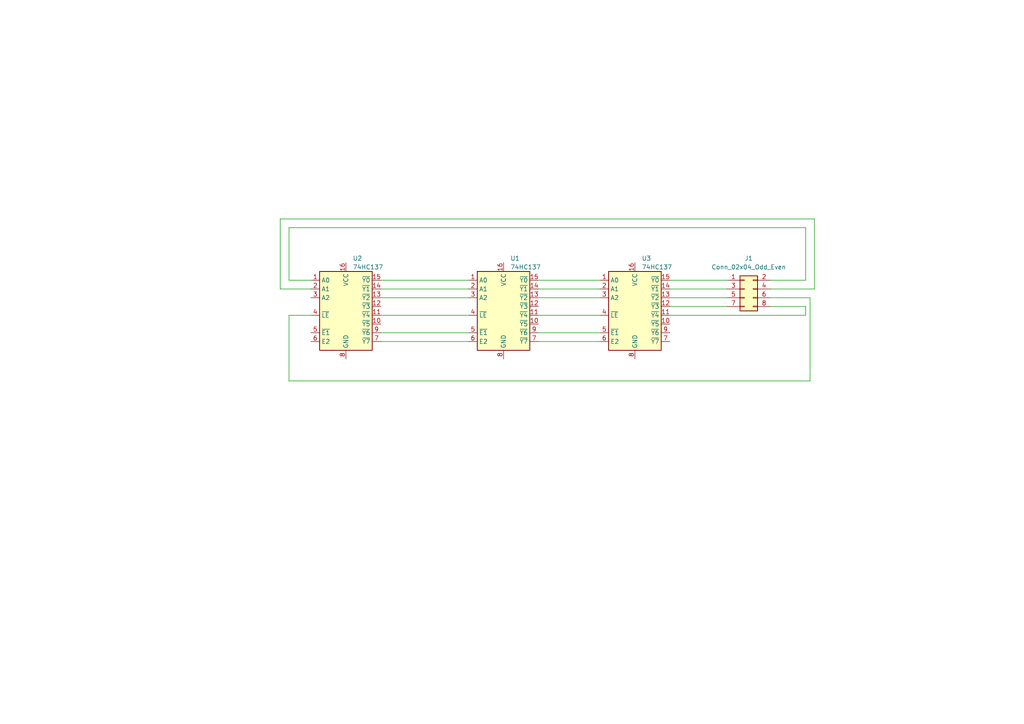
<source format=kicad_sch>
(kicad_sch
	(version 20231120)
	(generator "eeschema")
	(generator_version "8.0")
	(uuid "593abbd4-ef60-40c7-bfd9-9972546c7088")
	(paper "A4")
	(lib_symbols
		(symbol "74xx:74HC137"
			(exclude_from_sim no)
			(in_bom yes)
			(on_board yes)
			(property "Reference" "U"
				(at -7.62 13.97 0)
				(effects
					(font
						(size 1.27 1.27)
					)
					(justify left bottom)
				)
			)
			(property "Value" "74HC137"
				(at 2.54 -11.43 0)
				(effects
					(font
						(size 1.27 1.27)
					)
					(justify left top)
				)
			)
			(property "Footprint" ""
				(at 0 0 0)
				(effects
					(font
						(size 1.27 1.27)
					)
					(hide yes)
				)
			)
			(property "Datasheet" "http://www.ti.com/lit/ds/symlink/cd74hc237.pdf"
				(at 0 0 0)
				(effects
					(font
						(size 1.27 1.27)
					)
					(hide yes)
				)
			)
			(property "Description" "3-to-8 line decoder/multiplexer with address latches, DIP-16/SOIC-16/SSOP-16"
				(at 0 0 0)
				(effects
					(font
						(size 1.27 1.27)
					)
					(hide yes)
				)
			)
			(property "ki_keywords" "demux"
				(at 0 0 0)
				(effects
					(font
						(size 1.27 1.27)
					)
					(hide yes)
				)
			)
			(property "ki_fp_filters" "DIP*W7.62mm* SOIC*3.9x9.9mm*P1.27mm* SSOP*5.3x6.2mm*P0.65mm*"
				(at 0 0 0)
				(effects
					(font
						(size 1.27 1.27)
					)
					(hide yes)
				)
			)
			(symbol "74HC137_0_1"
				(rectangle
					(start -7.62 12.7)
					(end 7.62 -10.16)
					(stroke
						(width 0.254)
						(type default)
					)
					(fill
						(type background)
					)
				)
			)
			(symbol "74HC137_1_1"
				(pin input line
					(at -10.16 10.16 0)
					(length 2.54)
					(name "A0"
						(effects
							(font
								(size 1.27 1.27)
							)
						)
					)
					(number "1"
						(effects
							(font
								(size 1.27 1.27)
							)
						)
					)
				)
				(pin output line
					(at 10.16 -2.54 180)
					(length 2.54)
					(name "~{Y5}"
						(effects
							(font
								(size 1.27 1.27)
							)
						)
					)
					(number "10"
						(effects
							(font
								(size 1.27 1.27)
							)
						)
					)
				)
				(pin output line
					(at 10.16 0 180)
					(length 2.54)
					(name "~{Y4}"
						(effects
							(font
								(size 1.27 1.27)
							)
						)
					)
					(number "11"
						(effects
							(font
								(size 1.27 1.27)
							)
						)
					)
				)
				(pin output line
					(at 10.16 2.54 180)
					(length 2.54)
					(name "~{Y3}"
						(effects
							(font
								(size 1.27 1.27)
							)
						)
					)
					(number "12"
						(effects
							(font
								(size 1.27 1.27)
							)
						)
					)
				)
				(pin output line
					(at 10.16 5.08 180)
					(length 2.54)
					(name "~{Y2}"
						(effects
							(font
								(size 1.27 1.27)
							)
						)
					)
					(number "13"
						(effects
							(font
								(size 1.27 1.27)
							)
						)
					)
				)
				(pin output line
					(at 10.16 7.62 180)
					(length 2.54)
					(name "~{Y1}"
						(effects
							(font
								(size 1.27 1.27)
							)
						)
					)
					(number "14"
						(effects
							(font
								(size 1.27 1.27)
							)
						)
					)
				)
				(pin output line
					(at 10.16 10.16 180)
					(length 2.54)
					(name "~{Y0}"
						(effects
							(font
								(size 1.27 1.27)
							)
						)
					)
					(number "15"
						(effects
							(font
								(size 1.27 1.27)
							)
						)
					)
				)
				(pin power_in line
					(at 0 15.24 270)
					(length 2.54)
					(name "VCC"
						(effects
							(font
								(size 1.27 1.27)
							)
						)
					)
					(number "16"
						(effects
							(font
								(size 1.27 1.27)
							)
						)
					)
				)
				(pin input line
					(at -10.16 7.62 0)
					(length 2.54)
					(name "A1"
						(effects
							(font
								(size 1.27 1.27)
							)
						)
					)
					(number "2"
						(effects
							(font
								(size 1.27 1.27)
							)
						)
					)
				)
				(pin input line
					(at -10.16 5.08 0)
					(length 2.54)
					(name "A2"
						(effects
							(font
								(size 1.27 1.27)
							)
						)
					)
					(number "3"
						(effects
							(font
								(size 1.27 1.27)
							)
						)
					)
				)
				(pin input line
					(at -10.16 0 0)
					(length 2.54)
					(name "~{LE}"
						(effects
							(font
								(size 1.27 1.27)
							)
						)
					)
					(number "4"
						(effects
							(font
								(size 1.27 1.27)
							)
						)
					)
				)
				(pin input line
					(at -10.16 -5.08 0)
					(length 2.54)
					(name "~{E1}"
						(effects
							(font
								(size 1.27 1.27)
							)
						)
					)
					(number "5"
						(effects
							(font
								(size 1.27 1.27)
							)
						)
					)
				)
				(pin input line
					(at -10.16 -7.62 0)
					(length 2.54)
					(name "E2"
						(effects
							(font
								(size 1.27 1.27)
							)
						)
					)
					(number "6"
						(effects
							(font
								(size 1.27 1.27)
							)
						)
					)
				)
				(pin output line
					(at 10.16 -7.62 180)
					(length 2.54)
					(name "~{Y7}"
						(effects
							(font
								(size 1.27 1.27)
							)
						)
					)
					(number "7"
						(effects
							(font
								(size 1.27 1.27)
							)
						)
					)
				)
				(pin power_in line
					(at 0 -12.7 90)
					(length 2.54)
					(name "GND"
						(effects
							(font
								(size 1.27 1.27)
							)
						)
					)
					(number "8"
						(effects
							(font
								(size 1.27 1.27)
							)
						)
					)
				)
				(pin output line
					(at 10.16 -5.08 180)
					(length 2.54)
					(name "~{Y6}"
						(effects
							(font
								(size 1.27 1.27)
							)
						)
					)
					(number "9"
						(effects
							(font
								(size 1.27 1.27)
							)
						)
					)
				)
			)
		)
		(symbol "Connector_Generic:Conn_02x04_Odd_Even"
			(pin_names
				(offset 1.016) hide)
			(exclude_from_sim no)
			(in_bom yes)
			(on_board yes)
			(property "Reference" "J"
				(at 1.27 5.08 0)
				(effects
					(font
						(size 1.27 1.27)
					)
				)
			)
			(property "Value" "Conn_02x04_Odd_Even"
				(at 1.27 -7.62 0)
				(effects
					(font
						(size 1.27 1.27)
					)
				)
			)
			(property "Footprint" ""
				(at 0 0 0)
				(effects
					(font
						(size 1.27 1.27)
					)
					(hide yes)
				)
			)
			(property "Datasheet" "~"
				(at 0 0 0)
				(effects
					(font
						(size 1.27 1.27)
					)
					(hide yes)
				)
			)
			(property "Description" "Generic connector, double row, 02x04, odd/even pin numbering scheme (row 1 odd numbers, row 2 even numbers), script generated (kicad-library-utils/schlib/autogen/connector/)"
				(at 0 0 0)
				(effects
					(font
						(size 1.27 1.27)
					)
					(hide yes)
				)
			)
			(property "ki_keywords" "connector"
				(at 0 0 0)
				(effects
					(font
						(size 1.27 1.27)
					)
					(hide yes)
				)
			)
			(property "ki_fp_filters" "Connector*:*_2x??_*"
				(at 0 0 0)
				(effects
					(font
						(size 1.27 1.27)
					)
					(hide yes)
				)
			)
			(symbol "Conn_02x04_Odd_Even_1_1"
				(rectangle
					(start -1.27 -4.953)
					(end 0 -5.207)
					(stroke
						(width 0.1524)
						(type default)
					)
					(fill
						(type none)
					)
				)
				(rectangle
					(start -1.27 -2.413)
					(end 0 -2.667)
					(stroke
						(width 0.1524)
						(type default)
					)
					(fill
						(type none)
					)
				)
				(rectangle
					(start -1.27 0.127)
					(end 0 -0.127)
					(stroke
						(width 0.1524)
						(type default)
					)
					(fill
						(type none)
					)
				)
				(rectangle
					(start -1.27 2.667)
					(end 0 2.413)
					(stroke
						(width 0.1524)
						(type default)
					)
					(fill
						(type none)
					)
				)
				(rectangle
					(start -1.27 3.81)
					(end 3.81 -6.35)
					(stroke
						(width 0.254)
						(type default)
					)
					(fill
						(type background)
					)
				)
				(rectangle
					(start 3.81 -4.953)
					(end 2.54 -5.207)
					(stroke
						(width 0.1524)
						(type default)
					)
					(fill
						(type none)
					)
				)
				(rectangle
					(start 3.81 -2.413)
					(end 2.54 -2.667)
					(stroke
						(width 0.1524)
						(type default)
					)
					(fill
						(type none)
					)
				)
				(rectangle
					(start 3.81 0.127)
					(end 2.54 -0.127)
					(stroke
						(width 0.1524)
						(type default)
					)
					(fill
						(type none)
					)
				)
				(rectangle
					(start 3.81 2.667)
					(end 2.54 2.413)
					(stroke
						(width 0.1524)
						(type default)
					)
					(fill
						(type none)
					)
				)
				(pin passive line
					(at -5.08 2.54 0)
					(length 3.81)
					(name "Pin_1"
						(effects
							(font
								(size 1.27 1.27)
							)
						)
					)
					(number "1"
						(effects
							(font
								(size 1.27 1.27)
							)
						)
					)
				)
				(pin passive line
					(at 7.62 2.54 180)
					(length 3.81)
					(name "Pin_2"
						(effects
							(font
								(size 1.27 1.27)
							)
						)
					)
					(number "2"
						(effects
							(font
								(size 1.27 1.27)
							)
						)
					)
				)
				(pin passive line
					(at -5.08 0 0)
					(length 3.81)
					(name "Pin_3"
						(effects
							(font
								(size 1.27 1.27)
							)
						)
					)
					(number "3"
						(effects
							(font
								(size 1.27 1.27)
							)
						)
					)
				)
				(pin passive line
					(at 7.62 0 180)
					(length 3.81)
					(name "Pin_4"
						(effects
							(font
								(size 1.27 1.27)
							)
						)
					)
					(number "4"
						(effects
							(font
								(size 1.27 1.27)
							)
						)
					)
				)
				(pin passive line
					(at -5.08 -2.54 0)
					(length 3.81)
					(name "Pin_5"
						(effects
							(font
								(size 1.27 1.27)
							)
						)
					)
					(number "5"
						(effects
							(font
								(size 1.27 1.27)
							)
						)
					)
				)
				(pin passive line
					(at 7.62 -2.54 180)
					(length 3.81)
					(name "Pin_6"
						(effects
							(font
								(size 1.27 1.27)
							)
						)
					)
					(number "6"
						(effects
							(font
								(size 1.27 1.27)
							)
						)
					)
				)
				(pin passive line
					(at -5.08 -5.08 0)
					(length 3.81)
					(name "Pin_7"
						(effects
							(font
								(size 1.27 1.27)
							)
						)
					)
					(number "7"
						(effects
							(font
								(size 1.27 1.27)
							)
						)
					)
				)
				(pin passive line
					(at 7.62 -5.08 180)
					(length 3.81)
					(name "Pin_8"
						(effects
							(font
								(size 1.27 1.27)
							)
						)
					)
					(number "8"
						(effects
							(font
								(size 1.27 1.27)
							)
						)
					)
				)
			)
		)
	)
	(wire
		(pts
			(xy 83.82 81.28) (xy 90.17 81.28)
		)
		(stroke
			(width 0)
			(type default)
		)
		(uuid "01939b44-4c9c-4b00-a1dc-a9c661b717cf")
	)
	(wire
		(pts
			(xy 223.52 81.28) (xy 233.68 81.28)
		)
		(stroke
			(width 0)
			(type default)
		)
		(uuid "1df5534c-6905-455c-98ea-a9400794272d")
	)
	(wire
		(pts
			(xy 81.28 63.5) (xy 81.28 83.82)
		)
		(stroke
			(width 0)
			(type default)
		)
		(uuid "2473856e-982c-4f8f-b135-cdadb096e248")
	)
	(wire
		(pts
			(xy 194.31 86.36) (xy 210.82 86.36)
		)
		(stroke
			(width 0)
			(type default)
		)
		(uuid "2898bf8c-cccf-42b3-bddc-10959662db92")
	)
	(wire
		(pts
			(xy 156.21 91.44) (xy 173.99 91.44)
		)
		(stroke
			(width 0)
			(type default)
		)
		(uuid "2d73e74b-e2a0-4fcb-b315-ea3505d67c78")
	)
	(wire
		(pts
			(xy 81.28 83.82) (xy 90.17 83.82)
		)
		(stroke
			(width 0)
			(type default)
		)
		(uuid "2e16354f-46a8-4a00-bc7f-79da2b68dd7d")
	)
	(wire
		(pts
			(xy 156.21 99.06) (xy 173.99 99.06)
		)
		(stroke
			(width 0)
			(type default)
		)
		(uuid "34a350a5-792b-4b8a-95e6-f6066ce190e0")
	)
	(wire
		(pts
			(xy 194.31 81.28) (xy 210.82 81.28)
		)
		(stroke
			(width 0)
			(type default)
		)
		(uuid "395e8fef-dfb2-4af1-a3b7-e8752a1ad61d")
	)
	(wire
		(pts
			(xy 194.31 88.9) (xy 210.82 88.9)
		)
		(stroke
			(width 0)
			(type default)
		)
		(uuid "3f21e511-556f-42c7-80b0-9f6e1d8669b6")
	)
	(wire
		(pts
			(xy 233.68 66.04) (xy 83.82 66.04)
		)
		(stroke
			(width 0)
			(type default)
		)
		(uuid "55798be8-5578-49d7-94ea-e4a954d3b412")
	)
	(wire
		(pts
			(xy 156.21 96.52) (xy 173.99 96.52)
		)
		(stroke
			(width 0)
			(type default)
		)
		(uuid "55af5e34-a801-4c9a-ab29-06271e9061e7")
	)
	(wire
		(pts
			(xy 83.82 110.49) (xy 83.82 91.44)
		)
		(stroke
			(width 0)
			(type default)
		)
		(uuid "61f412e4-8b8d-4b95-83d8-464520458533")
	)
	(wire
		(pts
			(xy 110.49 86.36) (xy 135.89 86.36)
		)
		(stroke
			(width 0)
			(type default)
		)
		(uuid "69601160-f20c-4a53-a2f3-8ea90d139d3d")
	)
	(wire
		(pts
			(xy 110.49 91.44) (xy 135.89 91.44)
		)
		(stroke
			(width 0)
			(type default)
		)
		(uuid "745d214f-25eb-43d1-ad5f-7b1401c6fa1e")
	)
	(wire
		(pts
			(xy 156.21 81.28) (xy 173.99 81.28)
		)
		(stroke
			(width 0)
			(type default)
		)
		(uuid "7dde1ef8-d446-4f4f-a61f-3bbf12b63d87")
	)
	(wire
		(pts
			(xy 223.52 88.9) (xy 233.68 88.9)
		)
		(stroke
			(width 0)
			(type default)
		)
		(uuid "81df0990-ccd3-461b-81af-5f27429f6bd3")
	)
	(wire
		(pts
			(xy 110.49 83.82) (xy 135.89 83.82)
		)
		(stroke
			(width 0)
			(type default)
		)
		(uuid "880ed589-8fbb-49d5-bbfa-7847fe93e69d")
	)
	(wire
		(pts
			(xy 156.21 83.82) (xy 173.99 83.82)
		)
		(stroke
			(width 0)
			(type default)
		)
		(uuid "88874bc5-1aca-46cf-b028-ce755278d8ea")
	)
	(wire
		(pts
			(xy 236.22 63.5) (xy 81.28 63.5)
		)
		(stroke
			(width 0)
			(type default)
		)
		(uuid "9265161a-127f-44f2-be8e-8a00e03d3e6f")
	)
	(wire
		(pts
			(xy 223.52 83.82) (xy 236.22 83.82)
		)
		(stroke
			(width 0)
			(type default)
		)
		(uuid "949ad76b-c9f2-4f0e-af48-8a6978f038ff")
	)
	(wire
		(pts
			(xy 234.95 110.49) (xy 83.82 110.49)
		)
		(stroke
			(width 0)
			(type default)
		)
		(uuid "9e5d4605-399d-4f93-b3d4-f76fc9096fec")
	)
	(wire
		(pts
			(xy 233.68 91.44) (xy 194.31 91.44)
		)
		(stroke
			(width 0)
			(type default)
		)
		(uuid "a5f4c919-a730-4981-9bc6-6c63f7c33965")
	)
	(wire
		(pts
			(xy 194.31 83.82) (xy 210.82 83.82)
		)
		(stroke
			(width 0)
			(type default)
		)
		(uuid "a70cf6c6-9e61-41ea-bc7f-43b2d0aef436")
	)
	(wire
		(pts
			(xy 110.49 81.28) (xy 135.89 81.28)
		)
		(stroke
			(width 0)
			(type default)
		)
		(uuid "b1220ce3-d728-4028-b4b7-26da2aa48689")
	)
	(wire
		(pts
			(xy 233.68 81.28) (xy 233.68 66.04)
		)
		(stroke
			(width 0)
			(type default)
		)
		(uuid "c0cc22af-bd04-4af3-bc94-2143def626b5")
	)
	(wire
		(pts
			(xy 233.68 88.9) (xy 233.68 91.44)
		)
		(stroke
			(width 0)
			(type default)
		)
		(uuid "d160a722-32c2-4854-bbb4-f41d4e98ebea")
	)
	(wire
		(pts
			(xy 156.21 86.36) (xy 173.99 86.36)
		)
		(stroke
			(width 0)
			(type default)
		)
		(uuid "d1d8067f-d69c-4521-8ab5-22530075a6c4")
	)
	(wire
		(pts
			(xy 223.52 86.36) (xy 234.95 86.36)
		)
		(stroke
			(width 0)
			(type default)
		)
		(uuid "d5c07042-d452-4bd1-ba7e-4a3db73cf10f")
	)
	(wire
		(pts
			(xy 83.82 91.44) (xy 90.17 91.44)
		)
		(stroke
			(width 0)
			(type default)
		)
		(uuid "f1ec46b3-4dad-4a0b-b96c-e25f91ad3105")
	)
	(wire
		(pts
			(xy 110.49 96.52) (xy 135.89 96.52)
		)
		(stroke
			(width 0)
			(type default)
		)
		(uuid "f240e9e6-839a-4fc8-8a00-8648a0776edc")
	)
	(wire
		(pts
			(xy 236.22 83.82) (xy 236.22 63.5)
		)
		(stroke
			(width 0)
			(type default)
		)
		(uuid "f44b762d-0c04-4f73-aedf-15a1878a0fcb")
	)
	(wire
		(pts
			(xy 234.95 86.36) (xy 234.95 110.49)
		)
		(stroke
			(width 0)
			(type default)
		)
		(uuid "fdd79505-6ced-4077-b132-20b58babc063")
	)
	(wire
		(pts
			(xy 83.82 66.04) (xy 83.82 81.28)
		)
		(stroke
			(width 0)
			(type default)
		)
		(uuid "fdf5327b-f128-43d3-be9d-41e59b2b2c91")
	)
	(wire
		(pts
			(xy 110.49 99.06) (xy 135.89 99.06)
		)
		(stroke
			(width 0)
			(type default)
		)
		(uuid "fec8952d-8f9b-4ee9-b262-4fa95731d478")
	)
	(symbol
		(lib_id "74xx:74HC137")
		(at 184.15 91.44 0)
		(unit 1)
		(exclude_from_sim no)
		(in_bom yes)
		(on_board yes)
		(dnp no)
		(fields_autoplaced yes)
		(uuid "83a00e25-041f-4e35-b58f-30d2d8ec1a44")
		(property "Reference" "U3"
			(at 186.1059 74.93 0)
			(effects
				(font
					(size 1.27 1.27)
				)
				(justify left)
			)
		)
		(property "Value" "74HC137"
			(at 186.1059 77.47 0)
			(effects
				(font
					(size 1.27 1.27)
				)
				(justify left)
			)
		)
		(property "Footprint" "Package_SO:SSOP-16_5.3x6.2mm_P0.65mm"
			(at 184.15 91.44 0)
			(effects
				(font
					(size 1.27 1.27)
				)
				(hide yes)
			)
		)
		(property "Datasheet" "http://www.ti.com/lit/ds/symlink/cd74hc237.pdf"
			(at 184.15 91.44 0)
			(effects
				(font
					(size 1.27 1.27)
				)
				(hide yes)
			)
		)
		(property "Description" ""
			(at 184.15 91.44 0)
			(effects
				(font
					(size 1.27 1.27)
				)
				(hide yes)
			)
		)
		(pin "1"
			(uuid "079be588-02d0-460e-82a5-58e4c727b70f")
		)
		(pin "10"
			(uuid "622d9817-4d56-417c-a45d-d7c854314dbf")
		)
		(pin "11"
			(uuid "e2be4a8a-ac4b-4a4b-93c7-982aff166193")
		)
		(pin "12"
			(uuid "01f47803-29ed-4e21-b59e-e4c4ad21a28d")
		)
		(pin "13"
			(uuid "390e7793-74f9-4b8a-b0a6-b665352b37f7")
		)
		(pin "14"
			(uuid "a2662e76-f946-4a25-9f4b-2ac801992606")
		)
		(pin "15"
			(uuid "3ff8a2af-1652-4df2-b2b4-cdb1ab4b87d8")
		)
		(pin "16"
			(uuid "ff423a2b-cf9f-4816-b40c-a085c0f3c7cd")
		)
		(pin "2"
			(uuid "e60ff3a6-4167-46e5-8dd3-ca5deff66675")
		)
		(pin "3"
			(uuid "597c9229-9253-4198-b503-3c9058b66cbb")
		)
		(pin "4"
			(uuid "0fcc7bfa-0798-4450-a962-be8b4424c1e6")
		)
		(pin "5"
			(uuid "4815cc6d-13b7-44c8-bdf6-87db919a0389")
		)
		(pin "6"
			(uuid "78452d02-ff58-4c7a-9ce9-8f6dd8222ed7")
		)
		(pin "7"
			(uuid "445361a1-7012-4e05-8f8d-f8fe6371bb5d")
		)
		(pin "8"
			(uuid "2b87342f-9ae9-4dcf-ac8f-07eb1534ef78")
		)
		(pin "9"
			(uuid "a9482bbd-39ce-4537-9e9e-babb289fa645")
		)
		(instances
			(project "PCB-Test"
				(path "/593abbd4-ef60-40c7-bfd9-9972546c7088"
					(reference "U3")
					(unit 1)
				)
			)
		)
	)
	(symbol
		(lib_id "Connector_Generic:Conn_02x04_Odd_Even")
		(at 215.9 83.82 0)
		(unit 1)
		(exclude_from_sim no)
		(in_bom yes)
		(on_board yes)
		(dnp no)
		(fields_autoplaced yes)
		(uuid "9bcb9c3f-9913-49d8-95eb-6bfd1d66696a")
		(property "Reference" "J1"
			(at 217.17 74.93 0)
			(effects
				(font
					(size 1.27 1.27)
				)
			)
		)
		(property "Value" "Conn_02x04_Odd_Even"
			(at 217.17 77.47 0)
			(effects
				(font
					(size 1.27 1.27)
				)
			)
		)
		(property "Footprint" "Connector_IDC:IDC-Header_2x04_P2.54mm_Vertical"
			(at 215.9 83.82 0)
			(effects
				(font
					(size 1.27 1.27)
				)
				(hide yes)
			)
		)
		(property "Datasheet" "~"
			(at 215.9 83.82 0)
			(effects
				(font
					(size 1.27 1.27)
				)
				(hide yes)
			)
		)
		(property "Description" "Generic connector, double row, 02x04, odd/even pin numbering scheme (row 1 odd numbers, row 2 even numbers), script generated (kicad-library-utils/schlib/autogen/connector/)"
			(at 215.9 83.82 0)
			(effects
				(font
					(size 1.27 1.27)
				)
				(hide yes)
			)
		)
		(pin "5"
			(uuid "73a2b3be-5d41-4c74-ad1e-e24fb5739952")
		)
		(pin "4"
			(uuid "ea130e54-08c2-4c01-ac35-ad04e2e741b8")
		)
		(pin "1"
			(uuid "fabe7269-ff0f-486b-90f3-7c7819d0e48b")
		)
		(pin "8"
			(uuid "61ab5419-414a-4ebb-ab52-b7bb36532692")
		)
		(pin "2"
			(uuid "5252d7b5-8dbb-478a-bf57-84e79e630bac")
		)
		(pin "3"
			(uuid "6c62dedc-e8fe-49ca-9843-b933e7af58f9")
		)
		(pin "6"
			(uuid "d7466712-d76f-4749-aed1-d06a98399e0b")
		)
		(pin "7"
			(uuid "194c6969-aac4-4fe8-a66f-0caf3a175d07")
		)
		(instances
			(project "PCB-Test"
				(path "/593abbd4-ef60-40c7-bfd9-9972546c7088"
					(reference "J1")
					(unit 1)
				)
			)
		)
	)
	(symbol
		(lib_id "74xx:74HC137")
		(at 100.33 91.44 0)
		(unit 1)
		(exclude_from_sim no)
		(in_bom yes)
		(on_board yes)
		(dnp no)
		(fields_autoplaced yes)
		(uuid "b0aeb043-f8b9-49fb-a7ab-05282f837e4c")
		(property "Reference" "U2"
			(at 102.2859 74.93 0)
			(effects
				(font
					(size 1.27 1.27)
				)
				(justify left)
			)
		)
		(property "Value" "74HC137"
			(at 102.2859 77.47 0)
			(effects
				(font
					(size 1.27 1.27)
				)
				(justify left)
			)
		)
		(property "Footprint" "Package_DIP:DIP-16_W7.62mm"
			(at 100.33 91.44 0)
			(effects
				(font
					(size 1.27 1.27)
				)
				(hide yes)
			)
		)
		(property "Datasheet" "http://www.ti.com/lit/ds/symlink/cd74hc237.pdf"
			(at 100.33 91.44 0)
			(effects
				(font
					(size 1.27 1.27)
				)
				(hide yes)
			)
		)
		(property "Description" ""
			(at 100.33 91.44 0)
			(effects
				(font
					(size 1.27 1.27)
				)
				(hide yes)
			)
		)
		(pin "1"
			(uuid "b16ddb48-7ff4-4605-9da2-dfe84ef951f3")
		)
		(pin "10"
			(uuid "93d487a9-e490-4641-9e9b-1ee694a52a5d")
		)
		(pin "11"
			(uuid "589dfc33-02de-4f89-b6eb-8a1eb996f799")
		)
		(pin "12"
			(uuid "2d693d6f-6e1c-4ef7-bc9d-2414903edc56")
		)
		(pin "13"
			(uuid "61c06a45-4dc8-4915-a9da-7a2dca712b32")
		)
		(pin "14"
			(uuid "b5fbef0b-03d7-4997-a4ea-b313424173d2")
		)
		(pin "15"
			(uuid "996d38c1-83d2-4a2f-9a23-460c8deeec76")
		)
		(pin "16"
			(uuid "cd927a8e-1f68-48ac-9866-bd21ad0fb42c")
		)
		(pin "2"
			(uuid "60fd853f-8d5f-4123-b8fa-bb3d68ce1dc6")
		)
		(pin "3"
			(uuid "e9814074-4e9b-49aa-9b6b-c7c1a290206e")
		)
		(pin "4"
			(uuid "11642590-9c5c-4ebe-b922-f61e9261a988")
		)
		(pin "5"
			(uuid "e30f6cd8-abb6-4d09-8e4e-64a203ae9c44")
		)
		(pin "6"
			(uuid "a751039f-0de6-432c-a5e9-807e64d5e4a7")
		)
		(pin "7"
			(uuid "2018218b-a5ef-4a28-af07-295473151420")
		)
		(pin "8"
			(uuid "117be28a-ba22-48c7-98fc-d853e79dedc8")
		)
		(pin "9"
			(uuid "a849b1af-1514-48f9-8287-db06fffd552f")
		)
		(instances
			(project "PCB-Test"
				(path "/593abbd4-ef60-40c7-bfd9-9972546c7088"
					(reference "U2")
					(unit 1)
				)
			)
		)
	)
	(symbol
		(lib_id "74xx:74HC137")
		(at 146.05 91.44 0)
		(unit 1)
		(exclude_from_sim no)
		(in_bom yes)
		(on_board yes)
		(dnp no)
		(fields_autoplaced yes)
		(uuid "ef1d15cf-5830-4f0b-9f5e-bd9d8fb615b8")
		(property "Reference" "U1"
			(at 148.0059 74.93 0)
			(effects
				(font
					(size 1.27 1.27)
				)
				(justify left)
			)
		)
		(property "Value" "74HC137"
			(at 148.0059 77.47 0)
			(effects
				(font
					(size 1.27 1.27)
				)
				(justify left)
			)
		)
		(property "Footprint" "Package_SO:SOIC-16_3.9x9.9mm_P1.27mm"
			(at 146.05 91.44 0)
			(effects
				(font
					(size 1.27 1.27)
				)
				(hide yes)
			)
		)
		(property "Datasheet" "http://www.ti.com/lit/ds/symlink/cd74hc237.pdf"
			(at 146.05 91.44 0)
			(effects
				(font
					(size 1.27 1.27)
				)
				(hide yes)
			)
		)
		(property "Description" ""
			(at 146.05 91.44 0)
			(effects
				(font
					(size 1.27 1.27)
				)
				(hide yes)
			)
		)
		(pin "1"
			(uuid "eafb41fc-b82b-4453-9913-b593c9cbfb1d")
		)
		(pin "10"
			(uuid "50055789-d9f6-428a-9fde-ac1a3fffc221")
		)
		(pin "11"
			(uuid "5d6d3d03-af73-4d5b-bf72-c9fae1bca180")
		)
		(pin "12"
			(uuid "949bfece-c108-4d0a-9d63-7fa3673f409e")
		)
		(pin "13"
			(uuid "5893fd2b-c4d7-4edb-931a-96f2b83470cf")
		)
		(pin "14"
			(uuid "93f56688-e9c4-4544-b75e-97d44c86770d")
		)
		(pin "15"
			(uuid "f269b7ea-ae39-4170-8a06-0cb2f35557c3")
		)
		(pin "16"
			(uuid "ee7ce847-95d4-41fb-b9bc-f8128c541b10")
		)
		(pin "2"
			(uuid "88c5018c-7154-453e-87f2-e5e6431e7598")
		)
		(pin "3"
			(uuid "35ff07bc-9515-429e-85b3-d7a551cca09a")
		)
		(pin "4"
			(uuid "713e21b8-4ddb-4fed-bf13-b0bbbc997a33")
		)
		(pin "5"
			(uuid "c8d9fe0f-2fc6-49f0-845a-2366dd9a0b8f")
		)
		(pin "6"
			(uuid "de19ca2c-0a6b-44ac-b635-9ec57f16a92c")
		)
		(pin "7"
			(uuid "9138b1a0-eee0-47c6-b5a3-a4d9bb6dccbd")
		)
		(pin "8"
			(uuid "ca4a5de6-9289-4a10-81f6-350f71b56060")
		)
		(pin "9"
			(uuid "7ea4d59e-7e84-4bcf-9c01-2efff14c5a7c")
		)
		(instances
			(project "PCB-Test"
				(path "/593abbd4-ef60-40c7-bfd9-9972546c7088"
					(reference "U1")
					(unit 1)
				)
			)
		)
	)
	(sheet_instances
		(path "/"
			(page "1")
		)
	)
)
</source>
